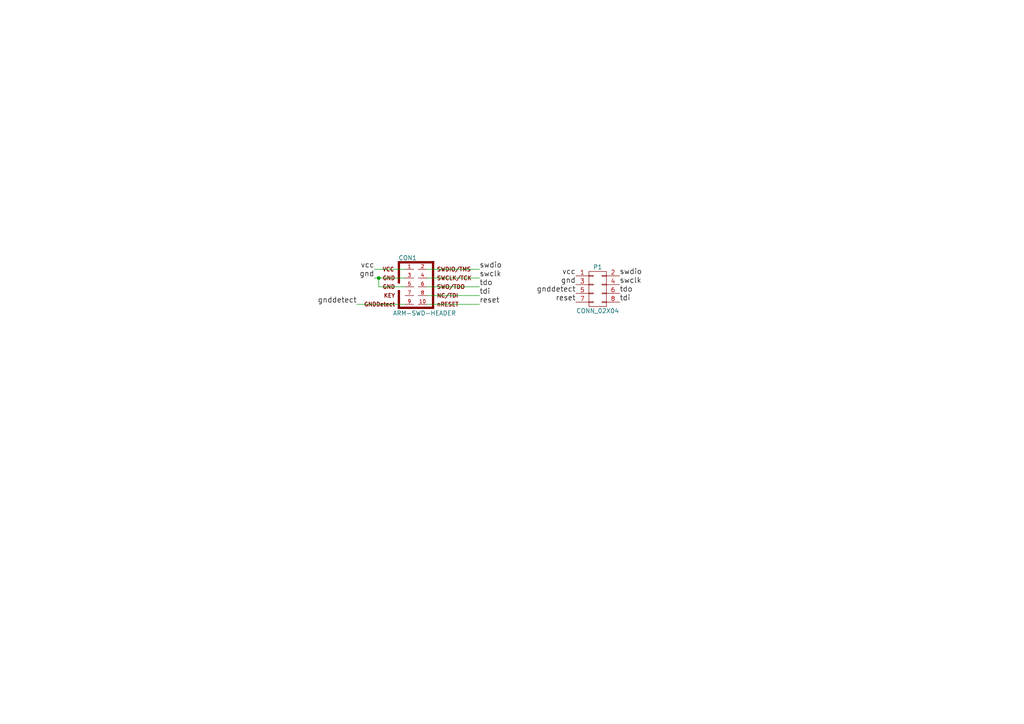
<source format=kicad_sch>
(kicad_sch (version 20230121) (generator eeschema)
  (paper "A4")
  (lib_symbols
    (symbol "swd-to-wires-rescue:ARM-SWD-HEADER" (pin_names (offset 1.016))
      (property "Reference" "CON" (at -2.413 8.382 0))
      (property "Value" "ARM-SWD-HEADER" (at -6.731 -8.382 0))
      (symbol "ARM-SWD-HEADER_0_0"
        (text "KEY" (at -5.969 -2.54 0) (effects (font (size 1.143 1.143) bold) (justify right)))
        (text "SWDIO/TMS" (at 5.969 5.08 0) (effects (font (size 1.143 1.143) bold) (justify left)))
      )
      (symbol "ARM-SWD-HEADER_0_1"
        (rectangle (start -5.207 -5.842) (end 5.207 -6.35) (fill (type outline)))
        (rectangle (start -5.207 -1.016) (end -4.699 -6.35) (fill (type outline)))
        (rectangle (start -4.699 7.366) (end -5.207 1.016) (fill (type outline)))
        (rectangle (start -4.699 7.366) (end 5.207 6.858) (fill (type outline)))
        (rectangle (start 4.699 7.366) (end 5.207 -5.842) (fill (type outline)))
      )
      (symbol "ARM-SWD-HEADER_1_0"
        (text "GND" (at -5.969 0 0) (effects (font (size 1.143 1.143) bold) (justify right)))
        (text "GND" (at -5.969 2.54 0) (effects (font (size 1.143 1.143) bold) (justify right)))
        (text "GNDDetect" (at -5.969 -5.08 0) (effects (font (size 1.143 1.143) bold) (justify right)))
        (text "NC/TDI" (at 5.969 -2.54 0) (effects (font (size 1.143 1.143) bold) (justify left)))
        (text "nRESET" (at 5.969 -5.08 0) (effects (font (size 1.143 1.143) bold) (justify left)))
        (text "SWCLK/TCK" (at 5.969 2.54 0) (effects (font (size 1.143 1.143) bold) (justify left)))
        (text "SWO/TDO" (at 5.969 0 0) (effects (font (size 1.143 1.143) bold) (justify left)))
        (text "VCC" (at -6.223 5.08 0) (effects (font (size 1.143 1.143) bold) (justify right)))
      )
      (symbol "ARM-SWD-HEADER_1_1"
        (pin passive line (at -3.175 5.08 0) (length 2.54) (name "~") (number "1"))
        (pin passive line (at 3.175 -5.08 180) (length 2.54) (name "~") (number "10"))
        (pin passive line (at 3.175 5.08 180) (length 2.54) (name "~") (number "2"))
        (pin passive line (at -3.175 2.54 0) (length 2.54) (name "~") (number "3"))
        (pin passive line (at 3.175 2.54 180) (length 2.54) (name "~") (number "4"))
        (pin passive line (at -3.175 0 0) (length 2.54) (name "~") (number "5"))
        (pin passive line (at 3.175 0 180) (length 2.54) (name "~") (number "6"))
        (pin bidirectional line (at -3.175 -2.54 0) (length 2.54) (name "~") (number "7"))
        (pin bidirectional line (at 3.175 -2.54 180) (length 2.54) (name "~") (number "8"))
        (pin passive line (at -3.175 -5.08 0) (length 2.54) (name "~") (number "9"))
      )
    )
    (symbol "swd-to-wires-rescue:CONN_02X04" (pin_names (offset 0.0254) hide)
      (property "Reference" "P" (at 0 6.35 0))
      (property "Value" "CONN_02X04" (at 0 -6.35 0))
      (symbol "CONN_02X04_0_1"
        (rectangle (start -2.54 -3.683) (end -1.27 -3.937))
        (rectangle (start -2.54 -1.143) (end -1.27 -1.397))
        (rectangle (start -2.54 1.397) (end -1.27 1.143))
        (rectangle (start -2.54 3.937) (end -1.27 3.683))
        (rectangle (start -2.54 5.08) (end 2.54 -5.08))
        (rectangle (start 1.27 -3.683) (end 2.54 -3.937))
        (rectangle (start 1.27 -1.143) (end 2.54 -1.397))
        (rectangle (start 1.27 1.397) (end 2.54 1.143))
        (rectangle (start 1.27 3.937) (end 2.54 3.683))
      )
      (symbol "CONN_02X04_1_1"
        (pin passive line (at -6.35 3.81 0) (length 3.81) (name "P1") (number "1"))
        (pin passive line (at 6.35 3.81 180) (length 3.81) (name "P2") (number "2"))
        (pin passive line (at -6.35 1.27 0) (length 3.81) (name "P3") (number "3"))
        (pin passive line (at 6.35 1.27 180) (length 3.81) (name "P4") (number "4"))
        (pin passive line (at -6.35 -1.27 0) (length 3.81) (name "P5") (number "5"))
        (pin passive line (at 6.35 -1.27 180) (length 3.81) (name "P6") (number "6"))
        (pin passive line (at -6.35 -3.81 0) (length 3.81) (name "P7") (number "7"))
        (pin passive line (at 6.35 -3.81 180) (length 3.81) (name "P8") (number "8"))
      )
    )
  )
  (junction (at 109.855 80.645))
  (wire (pts (xy 109.855 83.185) (xy 109.855 80.645)))
  (wire (pts (xy 139.065 88.265) (xy 123.825 88.265)))
  (wire (pts (xy 123.825 80.645) (xy 139.065 80.645)))
  (wire (pts (xy 109.855 80.645) (xy 117.475 80.645)))
  (wire (pts (xy 139.065 78.105) (xy 123.825 78.105)))
  (wire (pts (xy 108.585 78.105) (xy 117.475 78.105)))
  (wire (pts (xy 117.475 83.185) (xy 109.855 83.185)))
  (wire (pts (xy 103.505 88.265) (xy 117.475 88.265)))
  (wire (pts (xy 123.825 85.725) (xy 139.065 85.725)))
  (wire (pts (xy 108.585 80.645) (xy 109.855 80.645)))
  (wire (pts (xy 139.065 83.185) (xy 123.825 83.185)))
  (label "tdo" (at 139.065 83.185 0) (effects (font (size 1.524 1.524))))
  (label "swclk" (at 179.705 82.55 0) (effects (font (size 1.524 1.524))))
  (label "gnd" (at 167.005 82.55 180) (effects (font (size 1.524 1.524))))
  (label "tdi" (at 179.705 87.63 0) (effects (font (size 1.524 1.524))))
  (label "gnd" (at 108.585 80.645 180) (effects (font (size 1.524 1.524))))
  (label "vcc" (at 108.585 78.105 180) (effects (font (size 1.524 1.524))))
  (label "reset" (at 167.005 87.63 180) (effects (font (size 1.524 1.524))))
  (label "gnddetect" (at 103.505 88.265 180) (effects (font (size 1.524 1.524))))
  (label "swclk" (at 139.065 80.645 0) (effects (font (size 1.524 1.524))))
  (label "reset" (at 139.065 88.265 0) (effects (font (size 1.524 1.524))))
  (label "swdio" (at 179.705 80.01 0) (effects (font (size 1.524 1.524))))
  (label "gnddetect" (at 167.005 85.09 180) (effects (font (size 1.524 1.524))))
  (label "tdi" (at 139.065 85.725 0) (effects (font (size 1.524 1.524))))
  (label "vcc" (at 167.005 80.01 180) (effects (font (size 1.524 1.524))))
  (label "tdo" (at 179.705 85.09 0) (effects (font (size 1.524 1.524))))
  (label "swdio" (at 139.065 78.105 0) (effects (font (size 1.524 1.524))))
  (symbol (lib_id "swd-to-wires-rescue:ARM-SWD-HEADER") (at 120.65 83.185 0) (unit 1)
    (property "Reference" "CON1" (at 118.237 74.803 0))
    (property "Value" "ARM-SWD-HEADER" (at 113.919 91.567 0) (effects (justify left bottom)))
    (property "Footprint" "myelin-kicad:pin_array_5x2_50mil" (effects hide))
  )
  (symbol (lib_id "swd-to-wires-rescue:CONN_02X04") (at 173.355 83.82 0) (unit 1)
    (property "Reference" "P1" (at 173.355 77.47 0))
    (property "Value" "CONN_02X04" (at 173.355 90.17 0))
    (property "Footprint" "Pin_Headers:Pin_Header_Straight_2x04" (effects hide))
  )
)
</source>
